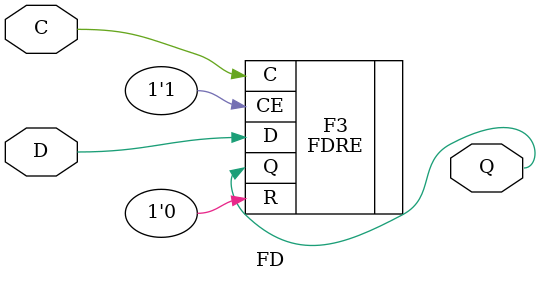
<source format=v>


`timescale  1 ps / 1 ps

module FD (Q, C, D);

    parameter [0:0] INIT = 1'b0;

    output Q;

    input  C, D;

    wire Q;

    FDRE #(.INIT(INIT)) F3 (.Q(Q), .C(C), .CE(1'b1), .D(D), .R(1'b0));

endmodule


</source>
